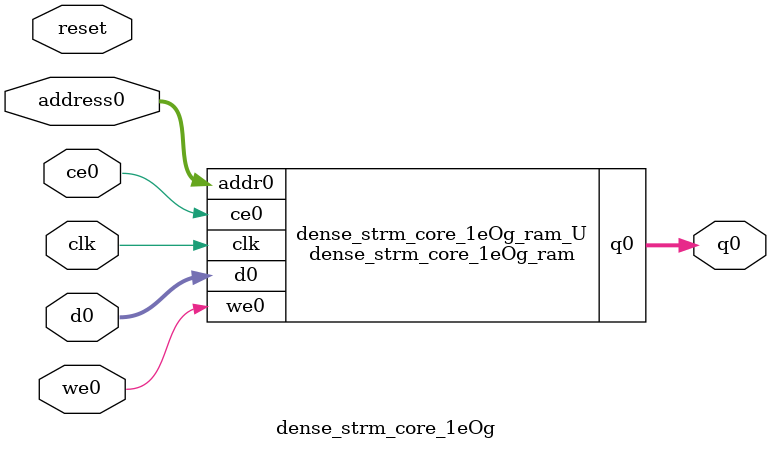
<source format=v>
`timescale 1 ns / 1 ps
module dense_strm_core_1eOg_ram (addr0, ce0, d0, we0, q0,  clk);

parameter DWIDTH = 8;
parameter AWIDTH = 6;
parameter MEM_SIZE = 50;

input[AWIDTH-1:0] addr0;
input ce0;
input[DWIDTH-1:0] d0;
input we0;
output reg[DWIDTH-1:0] q0;
input clk;

(* ram_style = "distributed" *)reg [DWIDTH-1:0] ram[0:MEM_SIZE-1];




always @(posedge clk)  
begin 
    if (ce0) begin
        if (we0) 
            ram[addr0] <= d0; 
        q0 <= ram[addr0];
    end
end


endmodule

`timescale 1 ns / 1 ps
module dense_strm_core_1eOg(
    reset,
    clk,
    address0,
    ce0,
    we0,
    d0,
    q0);

parameter DataWidth = 32'd8;
parameter AddressRange = 32'd50;
parameter AddressWidth = 32'd6;
input reset;
input clk;
input[AddressWidth - 1:0] address0;
input ce0;
input we0;
input[DataWidth - 1:0] d0;
output[DataWidth - 1:0] q0;



dense_strm_core_1eOg_ram dense_strm_core_1eOg_ram_U(
    .clk( clk ),
    .addr0( address0 ),
    .ce0( ce0 ),
    .we0( we0 ),
    .d0( d0 ),
    .q0( q0 ));

endmodule


</source>
